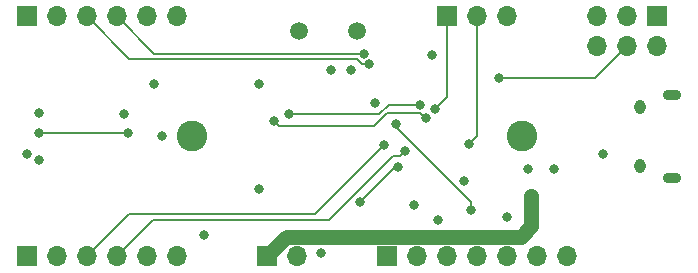
<source format=gbr>
%TF.GenerationSoftware,KiCad,Pcbnew,(5.1.9)-1*%
%TF.CreationDate,2021-05-16T17:52:49+02:00*%
%TF.ProjectId,SojournerST,536f6a6f-7572-46e6-9572-53542e6b6963,rev?*%
%TF.SameCoordinates,Original*%
%TF.FileFunction,Copper,L4,Bot*%
%TF.FilePolarity,Positive*%
%FSLAX46Y46*%
G04 Gerber Fmt 4.6, Leading zero omitted, Abs format (unit mm)*
G04 Created by KiCad (PCBNEW (5.1.9)-1) date 2021-05-16 17:52:49*
%MOMM*%
%LPD*%
G01*
G04 APERTURE LIST*
%TA.AperFunction,ComponentPad*%
%ADD10O,1.700000X1.700000*%
%TD*%
%TA.AperFunction,ComponentPad*%
%ADD11R,1.700000X1.700000*%
%TD*%
%TA.AperFunction,ComponentPad*%
%ADD12C,1.500000*%
%TD*%
%TA.AperFunction,ComponentPad*%
%ADD13O,1.550000X0.890000*%
%TD*%
%TA.AperFunction,ComponentPad*%
%ADD14O,0.950000X1.250000*%
%TD*%
%TA.AperFunction,ComponentPad*%
%ADD15C,2.600000*%
%TD*%
%TA.AperFunction,ViaPad*%
%ADD16C,0.800000*%
%TD*%
%TA.AperFunction,Conductor*%
%ADD17C,0.200000*%
%TD*%
%TA.AperFunction,Conductor*%
%ADD18C,1.270000*%
%TD*%
G04 APERTURE END LIST*
D10*
%TO.P,J3,3*%
%TO.N,GND*%
X139700000Y-62230000D03*
%TO.P,J3,2*%
%TO.N,UART_RX*%
X137160000Y-62230000D03*
D11*
%TO.P,J3,1*%
%TO.N,UART_TX*%
X134620000Y-62230000D03*
%TD*%
D10*
%TO.P,J7,2*%
%TO.N,GND*%
X121920000Y-82550000D03*
D11*
%TO.P,J7,1*%
%TO.N,VM*%
X119380000Y-82550000D03*
%TD*%
D10*
%TO.P,J2,7*%
%TO.N,GND*%
X144780000Y-82550000D03*
%TO.P,J2,6*%
%TO.N,+3V3*%
X142240000Y-82550000D03*
%TO.P,J2,5*%
%TO.N,BOOT0*%
X139700000Y-82550000D03*
%TO.P,J2,4*%
%TO.N,SPI_MOSI*%
X137160000Y-82550000D03*
%TO.P,J2,3*%
%TO.N,SPI_MISO*%
X134620000Y-82550000D03*
%TO.P,J2,2*%
%TO.N,SPI_CLK*%
X132080000Y-82550000D03*
D11*
%TO.P,J2,1*%
%TO.N,SPI_CS*%
X129540000Y-82550000D03*
%TD*%
D12*
%TO.P,Y1,2*%
%TO.N,HSE_OUT*%
X122120000Y-63500000D03*
%TO.P,Y1,1*%
%TO.N,HSE_IN*%
X127000000Y-63500000D03*
%TD*%
D10*
%TO.P,J6,6*%
%TO.N,M2_OUT2*%
X111760000Y-82550000D03*
%TO.P,J6,5*%
%TO.N,+3V3*%
X109220000Y-82550000D03*
%TO.P,J6,4*%
%TO.N,M2_ENCB*%
X106680000Y-82550000D03*
%TO.P,J6,3*%
%TO.N,M2_ENCA*%
X104140000Y-82550000D03*
%TO.P,J6,2*%
%TO.N,GND*%
X101600000Y-82550000D03*
D11*
%TO.P,J6,1*%
%TO.N,M2_OUT1*%
X99060000Y-82550000D03*
%TD*%
D10*
%TO.P,J5,6*%
%TO.N,M1_OUT2*%
X111760000Y-62230000D03*
%TO.P,J5,5*%
%TO.N,+3V3*%
X109220000Y-62230000D03*
%TO.P,J5,4*%
%TO.N,M1_ENCB*%
X106680000Y-62230000D03*
%TO.P,J5,3*%
%TO.N,M1_ENCA*%
X104140000Y-62230000D03*
%TO.P,J5,2*%
%TO.N,GND*%
X101600000Y-62230000D03*
D11*
%TO.P,J5,1*%
%TO.N,M1_OUT1*%
X99060000Y-62230000D03*
%TD*%
D10*
%TO.P,J4,6*%
%TO.N,SWO*%
X147320000Y-64770000D03*
%TO.P,J4,5*%
%TO.N,NRST*%
X147320000Y-62230000D03*
%TO.P,J4,4*%
%TO.N,SWDIO*%
X149860000Y-64770000D03*
%TO.P,J4,3*%
%TO.N,GND*%
X149860000Y-62230000D03*
%TO.P,J4,2*%
%TO.N,SWCLK*%
X152400000Y-64770000D03*
D11*
%TO.P,J4,1*%
%TO.N,+3V3*%
X152400000Y-62230000D03*
%TD*%
D13*
%TO.P,J1,6*%
%TO.N,GND*%
X153700000Y-68890000D03*
X153700000Y-75890000D03*
D14*
X151000000Y-69890000D03*
X151000000Y-74890000D03*
%TD*%
D15*
%TO.P,H2,1*%
%TO.N,N/C*%
X140970000Y-72390000D03*
%TD*%
%TO.P,H1,1*%
%TO.N,N/C*%
X113030000Y-72390000D03*
%TD*%
D16*
%TO.N,GND*%
X110490000Y-72390000D03*
X118745000Y-76835000D03*
X118745000Y-67945000D03*
X131826000Y-78232000D03*
X139700000Y-79248000D03*
X147828000Y-73914000D03*
X100139500Y-74358500D03*
X128524000Y-69596000D03*
X114046000Y-80772000D03*
X133350000Y-65532000D03*
X124839442Y-66802000D03*
X100139500Y-70421500D03*
%TO.N,BOOT0*%
X136652000Y-78613000D03*
X130302000Y-71374000D03*
%TO.N,M1_ENCB*%
X127596304Y-65386322D03*
%TO.N,M1_ENCA*%
X128016000Y-66293996D03*
%TO.N,M2_ENCA*%
X129285998Y-73151998D03*
%TO.N,SWDIO*%
X139065000Y-67437000D03*
%TO.N,M2_ENCB*%
X131063990Y-73660000D03*
%TO.N,+3V3*%
X107315000Y-70485000D03*
X109855000Y-67945000D03*
X123952000Y-82296000D03*
X133858000Y-79502000D03*
X141536999Y-75125001D03*
X143695999Y-75125001D03*
X136067000Y-76150000D03*
X99060000Y-73850500D03*
X126491992Y-66802000D03*
%TO.N,VM*%
X141732000Y-79502000D03*
X141732000Y-78486000D03*
X141732000Y-77470000D03*
%TO.N,M1_IN2*%
X121285000Y-70485000D03*
X132380313Y-69688179D03*
%TO.N,M1_IN1*%
X120015000Y-71120000D03*
X132842000Y-70866000D03*
%TO.N,LED_STATUS*%
X127254000Y-77978000D03*
X130509294Y-75000060D03*
%TO.N,UART_TX*%
X133604000Y-70103994D03*
%TO.N,UART_RX*%
X136525000Y-73025000D03*
%TO.N,Net-(R2-Pad2)*%
X100076000Y-72136000D03*
X107640000Y-72065000D03*
%TD*%
D17*
%TO.N,BOOT0*%
X136652000Y-77978008D02*
X130302000Y-71628008D01*
X136652000Y-78613000D02*
X136652000Y-77978008D01*
X130302000Y-71628008D02*
X130302000Y-71374000D01*
%TO.N,M1_ENCB*%
X109836322Y-65386322D02*
X127596304Y-65386322D01*
X106680000Y-62230000D02*
X109836322Y-65386322D01*
%TO.N,M1_ENCA*%
X107757999Y-65847999D02*
X127004318Y-65847999D01*
X104140000Y-62230000D02*
X107757999Y-65847999D01*
X127004318Y-65847999D02*
X127450315Y-66293996D01*
X127450315Y-66293996D02*
X128016000Y-66293996D01*
%TO.N,M2_ENCA*%
X123443996Y-78994000D02*
X129285998Y-73151998D01*
X107696000Y-78994000D02*
X123443996Y-78994000D01*
X104140000Y-82550000D02*
X107696000Y-78994000D01*
%TO.N,SWDIO*%
X147193000Y-67437000D02*
X149860000Y-64770000D01*
X139065000Y-67437000D02*
X147193000Y-67437000D01*
%TO.N,M2_ENCB*%
X130663991Y-74059999D02*
X131063990Y-73660000D01*
X124656305Y-79502000D02*
X130098306Y-74059999D01*
X109728000Y-79502000D02*
X124656305Y-79502000D01*
X106680000Y-82550000D02*
X109728000Y-79502000D01*
X130098306Y-74059999D02*
X130663991Y-74059999D01*
D18*
%TO.N,VM*%
X119380000Y-82550000D02*
X120904000Y-81026000D01*
X121065001Y-80864999D02*
X140877001Y-80864999D01*
X120904000Y-81026000D02*
X121065001Y-80864999D01*
X141732000Y-80010000D02*
X141732000Y-79502000D01*
X140877001Y-80864999D02*
X141732000Y-80010000D01*
X141732000Y-78486000D02*
X141732000Y-79502000D01*
X141732000Y-78486000D02*
X141732000Y-77470000D01*
D17*
%TO.N,M1_IN2*%
X121285000Y-70485000D02*
X128925002Y-70485000D01*
X129721823Y-69688179D02*
X132380313Y-69688179D01*
X128925002Y-70485000D02*
X129721823Y-69688179D01*
%TO.N,M1_IN1*%
X128455703Y-71519999D02*
X129587703Y-70387999D01*
X132363999Y-70387999D02*
X132842000Y-70866000D01*
X120414999Y-71519999D02*
X128455703Y-71519999D01*
X120015000Y-71120000D02*
X120414999Y-71519999D01*
X129587703Y-70387999D02*
X132363999Y-70387999D01*
%TO.N,LED_STATUS*%
X130231940Y-75000060D02*
X130509294Y-75000060D01*
X127254000Y-77978000D02*
X130231940Y-75000060D01*
%TO.N,UART_TX*%
X134620000Y-69087994D02*
X134620000Y-62230000D01*
X133604000Y-70103994D02*
X134620000Y-69087994D01*
%TO.N,UART_RX*%
X137160000Y-72390000D02*
X137160000Y-62230000D01*
X136525000Y-73025000D02*
X137160000Y-72390000D01*
%TO.N,Net-(R2-Pad2)*%
X107569000Y-72136000D02*
X107640000Y-72065000D01*
X100076000Y-72136000D02*
X107569000Y-72136000D01*
%TD*%
M02*

</source>
